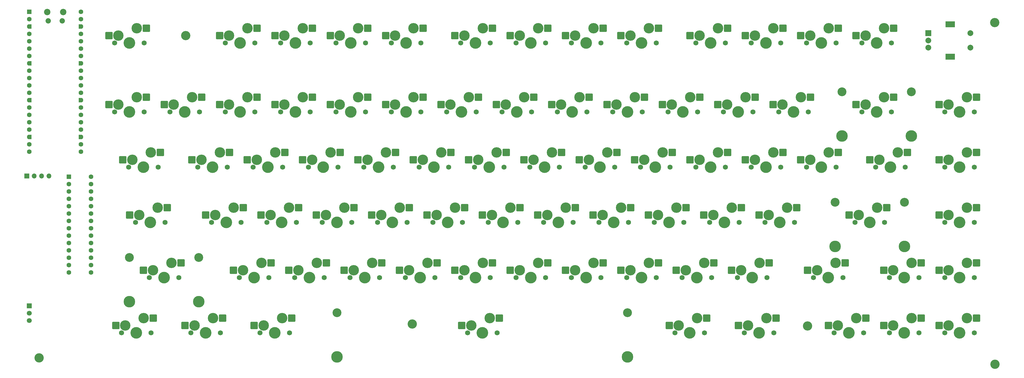
<source format=gbr>
%TF.GenerationSoftware,KiCad,Pcbnew,9.0.7*%
%TF.CreationDate,2026-01-24T16:21:03+00:00*%
%TF.ProjectId,pcb,7063622e-6b69-4636-9164-5f7063625858,rev?*%
%TF.SameCoordinates,Original*%
%TF.FileFunction,Soldermask,Bot*%
%TF.FilePolarity,Negative*%
%FSLAX46Y46*%
G04 Gerber Fmt 4.6, Leading zero omitted, Abs format (unit mm)*
G04 Created by KiCad (PCBNEW 9.0.7) date 2026-01-24 16:21:03*
%MOMM*%
%LPD*%
G01*
G04 APERTURE LIST*
G04 Aperture macros list*
%AMRoundRect*
0 Rectangle with rounded corners*
0 $1 Rounding radius*
0 $2 $3 $4 $5 $6 $7 $8 $9 X,Y pos of 4 corners*
0 Add a 4 corners polygon primitive as box body*
4,1,4,$2,$3,$4,$5,$6,$7,$8,$9,$2,$3,0*
0 Add four circle primitives for the rounded corners*
1,1,$1+$1,$2,$3*
1,1,$1+$1,$4,$5*
1,1,$1+$1,$6,$7*
1,1,$1+$1,$8,$9*
0 Add four rect primitives between the rounded corners*
20,1,$1+$1,$2,$3,$4,$5,0*
20,1,$1+$1,$4,$5,$6,$7,0*
20,1,$1+$1,$6,$7,$8,$9,0*
20,1,$1+$1,$8,$9,$2,$3,0*%
%AMFreePoly0*
4,1,37,0.603843,0.796157,0.639018,0.796157,0.711114,0.766294,0.766294,0.711114,0.796157,0.639018,0.796157,0.603843,0.800000,0.600000,0.800000,-0.600000,0.796157,-0.603843,0.796157,-0.639018,0.766294,-0.711114,0.711114,-0.766294,0.639018,-0.796157,0.603843,-0.796157,0.600000,-0.800000,0.000000,-0.800000,0.000000,-0.796148,-0.078414,-0.796148,-0.232228,-0.765552,-0.377117,-0.705537,
-0.507515,-0.618408,-0.618408,-0.507515,-0.705537,-0.377117,-0.765552,-0.232228,-0.796148,-0.078414,-0.796148,0.078414,-0.765552,0.232228,-0.705537,0.377117,-0.618408,0.507515,-0.507515,0.618408,-0.377117,0.705537,-0.232228,0.765552,-0.078414,0.796148,0.000000,0.796148,0.000000,0.800000,0.600000,0.800000,0.603843,0.796157,0.603843,0.796157,$1*%
%AMFreePoly1*
4,1,37,0.000000,0.796148,0.078414,0.796148,0.232228,0.765552,0.377117,0.705537,0.507515,0.618408,0.618408,0.507515,0.705537,0.377117,0.765552,0.232228,0.796148,0.078414,0.796148,-0.078414,0.765552,-0.232228,0.705537,-0.377117,0.618408,-0.507515,0.507515,-0.618408,0.377117,-0.705537,0.232228,-0.765552,0.078414,-0.796148,0.000000,-0.796148,0.000000,-0.800000,-0.600000,-0.800000,
-0.603843,-0.796157,-0.639018,-0.796157,-0.711114,-0.766294,-0.766294,-0.711114,-0.796157,-0.639018,-0.796157,-0.603843,-0.800000,-0.600000,-0.800000,0.600000,-0.796157,0.603843,-0.796157,0.639018,-0.766294,0.711114,-0.711114,0.766294,-0.639018,0.796157,-0.603843,0.796157,-0.600000,0.800000,0.000000,0.800000,0.000000,0.796148,0.000000,0.796148,$1*%
G04 Aperture macros list end*
%ADD10RoundRect,0.250000X-1.025000X-1.000000X1.025000X-1.000000X1.025000X1.000000X-1.025000X1.000000X0*%
%ADD11C,1.750000*%
%ADD12C,4.000000*%
%ADD13C,3.600000*%
%ADD14C,2.200000*%
%ADD15C,1.850000*%
%ADD16RoundRect,0.200000X-0.600000X-0.600000X0.600000X-0.600000X0.600000X0.600000X-0.600000X0.600000X0*%
%ADD17C,1.600000*%
%ADD18FreePoly0,0.000000*%
%ADD19FreePoly1,0.000000*%
%ADD20C,3.048000*%
%ADD21C,3.987800*%
%ADD22C,3.200000*%
%ADD23R,1.700000X1.700000*%
%ADD24C,1.700000*%
%ADD25R,2.000000X2.000000*%
%ADD26C,2.000000*%
%ADD27R,3.200000X2.000000*%
%ADD28RoundRect,0.250000X-0.550000X-0.550000X0.550000X-0.550000X0.550000X0.550000X-0.550000X0.550000X0*%
%ADD29O,1.700000X1.700000*%
G04 APERTURE END LIST*
D10*
%TO.C,SW49*%
X273902500Y-68897500D03*
D11*
X275907500Y-71437500D03*
D12*
X280987500Y-71437500D03*
D11*
X286067500Y-71437500D03*
D10*
X286829500Y-66357500D03*
D13*
X277177500Y-68897500D03*
X283527500Y-66357500D03*
%TD*%
D10*
%TO.C,SW77*%
X288190000Y-106997500D03*
D11*
X290195000Y-109537500D03*
D12*
X295275000Y-109537500D03*
D11*
X300355000Y-109537500D03*
D10*
X301117000Y-104457500D03*
D13*
X291465000Y-106997500D03*
X297815000Y-104457500D03*
%TD*%
D14*
%TO.C,A1*%
X52678750Y-17910000D03*
D15*
X52978750Y-20940000D03*
X57828750Y-20940000D03*
D14*
X58128750Y-17910000D03*
D16*
X46513750Y-17780000D03*
D17*
X46513750Y-20320000D03*
D18*
X46513750Y-22860000D03*
D17*
X46513750Y-25400000D03*
X46513750Y-27940000D03*
X46513750Y-30480000D03*
X46513750Y-33020000D03*
D18*
X46513750Y-35560000D03*
D17*
X46513750Y-38100000D03*
X46513750Y-40640000D03*
X46513750Y-43180000D03*
X46513750Y-45720000D03*
D18*
X46513750Y-48260000D03*
D17*
X46513750Y-50800000D03*
X46513750Y-53340000D03*
X46513750Y-55880000D03*
X46513750Y-58420000D03*
D18*
X46513750Y-60960000D03*
D17*
X46513750Y-63500000D03*
X46513750Y-66040000D03*
X64293750Y-66040000D03*
X64293750Y-63500000D03*
D19*
X64293750Y-60960000D03*
D17*
X64293750Y-58420000D03*
X64293750Y-55880000D03*
X64293750Y-53340000D03*
X64293750Y-50800000D03*
D19*
X64293750Y-48260000D03*
D17*
X64293750Y-45720000D03*
X64293750Y-43180000D03*
X64293750Y-40640000D03*
X64293750Y-38100000D03*
D19*
X64293750Y-35560000D03*
D17*
X64293750Y-33020000D03*
X64293750Y-30480000D03*
X64293750Y-27940000D03*
X64293750Y-25400000D03*
D19*
X64293750Y-22860000D03*
D17*
X64293750Y-20320000D03*
X64293750Y-17780000D03*
%TD*%
D20*
%TO.C,REF\u002A\u002A*%
X152406250Y-121602500D03*
D21*
X152406250Y-136812500D03*
D20*
X252406250Y-121602500D03*
D21*
X252406250Y-136812500D03*
%TD*%
D10*
%TO.C,SW85*%
X359627500Y-106997500D03*
D11*
X361632500Y-109537500D03*
D12*
X366712500Y-109537500D03*
D11*
X371792500Y-109537500D03*
D10*
X372554500Y-104457500D03*
D13*
X362902500Y-106997500D03*
X369252500Y-104457500D03*
%TD*%
D22*
%TO.C,REF\u002A\u002A*%
X314350000Y-126200000D03*
%TD*%
D10*
%TO.C,SW22*%
X207227500Y-49847500D03*
D11*
X209232500Y-52387500D03*
D12*
X214312500Y-52387500D03*
D11*
X219392500Y-52387500D03*
D10*
X220154500Y-47307500D03*
D13*
X210502500Y-49847500D03*
X216852500Y-47307500D03*
%TD*%
D10*
%TO.C,SW8*%
X231040000Y-26035000D03*
D11*
X233045000Y-28575000D03*
D12*
X238125000Y-28575000D03*
D11*
X243205000Y-28575000D03*
D10*
X243967000Y-23495000D03*
D13*
X234315000Y-26035000D03*
X240665000Y-23495000D03*
%TD*%
D10*
%TO.C,SW52*%
X297715000Y-87947500D03*
D11*
X299720000Y-90487500D03*
D12*
X304800000Y-90487500D03*
D11*
X309880000Y-90487500D03*
D10*
X310642000Y-85407500D03*
D13*
X300990000Y-87947500D03*
X307340000Y-85407500D03*
%TD*%
D10*
%TO.C,SW39*%
X178652500Y-68897500D03*
D11*
X180657500Y-71437500D03*
D12*
X185737500Y-71437500D03*
D11*
X190817500Y-71437500D03*
D10*
X191579500Y-66357500D03*
D13*
X181927500Y-68897500D03*
X188277500Y-66357500D03*
%TD*%
D10*
%TO.C,SW25*%
X264377500Y-49847500D03*
D11*
X266382500Y-52387500D03*
D12*
X271462500Y-52387500D03*
D11*
X276542500Y-52387500D03*
D10*
X277304500Y-47307500D03*
D13*
X267652500Y-49847500D03*
X274002500Y-47307500D03*
%TD*%
D10*
%TO.C,SW65*%
X173890000Y-106997500D03*
D11*
X175895000Y-109537500D03*
D12*
X180975000Y-109537500D03*
D11*
X186055000Y-109537500D03*
D10*
X186817000Y-104457500D03*
D13*
X177165000Y-106997500D03*
X183515000Y-104457500D03*
%TD*%
D10*
%TO.C,SW55*%
X335815000Y-68897500D03*
D11*
X337820000Y-71437500D03*
D12*
X342900000Y-71437500D03*
D11*
X347980000Y-71437500D03*
D10*
X348742000Y-66357500D03*
D13*
X339090000Y-68897500D03*
X345440000Y-66357500D03*
%TD*%
D22*
%TO.C,REF\u002A\u002A*%
X178280000Y-125490000D03*
%TD*%
%TO.C,REF\u002A\u002A*%
X378910000Y-139420000D03*
%TD*%
D10*
%TO.C,SW41*%
X197702500Y-68897500D03*
D11*
X199707500Y-71437500D03*
D12*
X204787500Y-71437500D03*
D11*
X209867500Y-71437500D03*
D10*
X210629500Y-66357500D03*
D13*
X200977500Y-68897500D03*
X207327500Y-66357500D03*
%TD*%
D10*
%TO.C,SW50*%
X278665000Y-87947500D03*
D11*
X280670000Y-90487500D03*
D12*
X285750000Y-90487500D03*
D11*
X290830000Y-90487500D03*
D10*
X291592000Y-85407500D03*
D13*
X281940000Y-87947500D03*
X288290000Y-85407500D03*
%TD*%
D10*
%TO.C,SW76*%
X290571250Y-126047500D03*
D11*
X292576250Y-128587500D03*
D12*
X297656250Y-128587500D03*
D11*
X302736250Y-128587500D03*
D10*
X303498250Y-123507500D03*
D13*
X293846250Y-126047500D03*
X300196250Y-123507500D03*
%TD*%
D10*
%TO.C,SW79*%
X314383750Y-106997500D03*
D11*
X316388750Y-109537500D03*
D12*
X321468750Y-109537500D03*
D11*
X326548750Y-109537500D03*
D10*
X327310750Y-104457500D03*
D13*
X317658750Y-106997500D03*
X324008750Y-104457500D03*
%TD*%
D10*
%TO.C,SW36*%
X145315000Y-87947500D03*
D11*
X147320000Y-90487500D03*
D12*
X152400000Y-90487500D03*
D11*
X157480000Y-90487500D03*
D10*
X158242000Y-85407500D03*
D13*
X148590000Y-87947500D03*
X154940000Y-85407500D03*
%TD*%
D10*
%TO.C,SW10*%
X273902500Y-26035000D03*
D11*
X275907500Y-28575000D03*
D12*
X280987500Y-28575000D03*
D11*
X286067500Y-28575000D03*
D10*
X286829500Y-23495000D03*
D13*
X277177500Y-26035000D03*
X283527500Y-23495000D03*
%TD*%
D10*
%TO.C,SW82*%
X340577500Y-126047500D03*
D11*
X342582500Y-128587500D03*
D12*
X347662500Y-128587500D03*
D11*
X352742500Y-128587500D03*
D10*
X353504500Y-123507500D03*
D13*
X343852500Y-126047500D03*
X350202500Y-123507500D03*
%TD*%
D23*
%TO.C,J2*%
X46480000Y-119250000D03*
D24*
X46480000Y-121790000D03*
X46480000Y-124330000D03*
%TD*%
D25*
%TO.C,SW14*%
X355940000Y-25200000D03*
D26*
X355940000Y-30200000D03*
X355940000Y-27700000D03*
D27*
X363440000Y-22100000D03*
X363440000Y-33300000D03*
D26*
X370440000Y-30200000D03*
X370440000Y-25200000D03*
%TD*%
D20*
%TO.C,REF\u002A\u002A*%
X80930750Y-102552500D03*
D21*
X80930750Y-117762500D03*
D20*
X104806750Y-102552500D03*
D21*
X104806750Y-117762500D03*
%TD*%
D10*
%TO.C,SW86*%
X359627500Y-126047500D03*
D11*
X361632500Y-128587500D03*
D12*
X366712500Y-128587500D03*
D11*
X371792500Y-128587500D03*
D10*
X372554500Y-123507500D03*
D13*
X362902500Y-126047500D03*
X369252500Y-123507500D03*
%TD*%
D22*
%TO.C,REF\u002A\u002A*%
X49900000Y-137180000D03*
%TD*%
D10*
%TO.C,SW63*%
X154840000Y-106997500D03*
D11*
X156845000Y-109537500D03*
D12*
X161925000Y-109537500D03*
D11*
X167005000Y-109537500D03*
D10*
X167767000Y-104457500D03*
D13*
X158115000Y-106997500D03*
X164465000Y-104457500D03*
%TD*%
D10*
%TO.C,SW2*%
X111977500Y-26035000D03*
D11*
X113982500Y-28575000D03*
D12*
X119062500Y-28575000D03*
D11*
X124142500Y-28575000D03*
D10*
X124904500Y-23495000D03*
D13*
X115252500Y-26035000D03*
X121602500Y-23495000D03*
%TD*%
D10*
%TO.C,SW45*%
X235802500Y-68897500D03*
D11*
X237807500Y-71437500D03*
D12*
X242887500Y-71437500D03*
D11*
X247967500Y-71437500D03*
D10*
X248729500Y-66357500D03*
D13*
X239077500Y-68897500D03*
X245427500Y-66357500D03*
%TD*%
D10*
%TO.C,SW31*%
X102452500Y-68897500D03*
D11*
X104457500Y-71437500D03*
D12*
X109537500Y-71437500D03*
D11*
X114617500Y-71437500D03*
D10*
X115379500Y-66357500D03*
D13*
X105727500Y-68897500D03*
X112077500Y-66357500D03*
%TD*%
D10*
%TO.C,SW40*%
X183415000Y-87947500D03*
D11*
X185420000Y-90487500D03*
D12*
X190500000Y-90487500D03*
D11*
X195580000Y-90487500D03*
D10*
X196342000Y-85407500D03*
D13*
X186690000Y-87947500D03*
X193040000Y-85407500D03*
%TD*%
D10*
%TO.C,SW67*%
X192940000Y-106997500D03*
D11*
X194945000Y-109537500D03*
D12*
X200025000Y-109537500D03*
D11*
X205105000Y-109537500D03*
D10*
X205867000Y-104457500D03*
D13*
X196215000Y-106997500D03*
X202565000Y-104457500D03*
%TD*%
D10*
%TO.C,SW26*%
X283427500Y-49847500D03*
D11*
X285432500Y-52387500D03*
D12*
X290512500Y-52387500D03*
D11*
X295592500Y-52387500D03*
D10*
X296354500Y-47307500D03*
D13*
X286702500Y-49847500D03*
X293052500Y-47307500D03*
%TD*%
D10*
%TO.C,SW7*%
X211990000Y-26035000D03*
D11*
X213995000Y-28575000D03*
D12*
X219075000Y-28575000D03*
D11*
X224155000Y-28575000D03*
D10*
X224917000Y-23495000D03*
D13*
X215265000Y-26035000D03*
X221615000Y-23495000D03*
%TD*%
D10*
%TO.C,SW75*%
X269140000Y-106997500D03*
D11*
X271145000Y-109537500D03*
D12*
X276225000Y-109537500D03*
D11*
X281305000Y-109537500D03*
D10*
X282067000Y-104457500D03*
D13*
X272415000Y-106997500D03*
X278765000Y-104457500D03*
%TD*%
D22*
%TO.C,REF\u002A\u002A*%
X378820000Y-21510000D03*
%TD*%
D10*
%TO.C,SW9*%
X250090000Y-26035000D03*
D11*
X252095000Y-28575000D03*
D12*
X257175000Y-28575000D03*
D11*
X262255000Y-28575000D03*
D10*
X263017000Y-23495000D03*
D13*
X253365000Y-26035000D03*
X259715000Y-23495000D03*
%TD*%
D10*
%TO.C,SW57*%
X85783750Y-106997500D03*
D11*
X87788750Y-109537500D03*
D12*
X92868750Y-109537500D03*
D11*
X97948750Y-109537500D03*
D10*
X98710750Y-104457500D03*
D13*
X89058750Y-106997500D03*
X95408750Y-104457500D03*
%TD*%
D10*
%TO.C,SW23*%
X226277500Y-49847500D03*
D11*
X228282500Y-52387500D03*
D12*
X233362500Y-52387500D03*
D11*
X238442500Y-52387500D03*
D10*
X239204500Y-47307500D03*
D13*
X229552500Y-49847500D03*
X235902500Y-47307500D03*
%TD*%
D10*
%TO.C,SW72*%
X359627500Y-87947500D03*
D11*
X361632500Y-90487500D03*
D12*
X366712500Y-90487500D03*
D11*
X371792500Y-90487500D03*
D10*
X372554500Y-85407500D03*
D13*
X362902500Y-87947500D03*
X369252500Y-85407500D03*
%TD*%
D10*
%TO.C,SW58*%
X76258750Y-126047500D03*
D11*
X78263750Y-128587500D03*
D12*
X83343750Y-128587500D03*
D11*
X88423750Y-128587500D03*
D10*
X89185750Y-123507500D03*
D13*
X79533750Y-126047500D03*
X85883750Y-123507500D03*
%TD*%
D10*
%TO.C,SW64*%
X195321250Y-126047500D03*
D11*
X197326250Y-128587500D03*
D12*
X202406250Y-128587500D03*
D11*
X207486250Y-128587500D03*
D10*
X208248250Y-123507500D03*
D13*
X198596250Y-126047500D03*
X204946250Y-123507500D03*
%TD*%
D10*
%TO.C,SW27*%
X302477500Y-49847500D03*
D11*
X304482500Y-52387500D03*
D12*
X309562500Y-52387500D03*
D11*
X314642500Y-52387500D03*
D10*
X315404500Y-47307500D03*
D13*
X305752500Y-49847500D03*
X312102500Y-47307500D03*
%TD*%
D10*
%TO.C,SW61*%
X135790000Y-106997500D03*
D11*
X137795000Y-109537500D03*
D12*
X142875000Y-109537500D03*
D11*
X147955000Y-109537500D03*
D10*
X148717000Y-104457500D03*
D13*
X139065000Y-106997500D03*
X145415000Y-104457500D03*
%TD*%
D10*
%TO.C,SW43*%
X216752500Y-68897500D03*
D11*
X218757500Y-71437500D03*
D12*
X223837500Y-71437500D03*
D11*
X228917500Y-71437500D03*
D10*
X229679500Y-66357500D03*
D13*
X220027500Y-68897500D03*
X226377500Y-66357500D03*
%TD*%
D10*
%TO.C,SW33*%
X121502500Y-68897500D03*
D11*
X123507500Y-71437500D03*
D12*
X128587500Y-71437500D03*
D11*
X133667500Y-71437500D03*
D10*
X134429500Y-66357500D03*
D13*
X124777500Y-68897500D03*
X131127500Y-66357500D03*
%TD*%
D22*
%TO.C,REF\u002A\u002A*%
X100320000Y-26020000D03*
%TD*%
D10*
%TO.C,SW28*%
X331052500Y-49847500D03*
D11*
X333057500Y-52387500D03*
D12*
X338137500Y-52387500D03*
D11*
X343217500Y-52387500D03*
D10*
X343979500Y-47307500D03*
D13*
X334327500Y-49847500D03*
X340677500Y-47307500D03*
%TD*%
D10*
%TO.C,SW32*%
X107215000Y-87947500D03*
D11*
X109220000Y-90487500D03*
D12*
X114300000Y-90487500D03*
D11*
X119380000Y-90487500D03*
D10*
X120142000Y-85407500D03*
D13*
X110490000Y-87947500D03*
X116840000Y-85407500D03*
%TD*%
D10*
%TO.C,SW80*%
X321527500Y-126047500D03*
D11*
X323532500Y-128587500D03*
D12*
X328612500Y-128587500D03*
D11*
X333692500Y-128587500D03*
D10*
X334454500Y-123507500D03*
D13*
X324802500Y-126047500D03*
X331152500Y-123507500D03*
%TD*%
D10*
%TO.C,SW59*%
X116740000Y-106997500D03*
D11*
X118745000Y-109537500D03*
D12*
X123825000Y-109537500D03*
D11*
X128905000Y-109537500D03*
D10*
X129667000Y-104457500D03*
D13*
X120015000Y-106997500D03*
X126365000Y-104457500D03*
%TD*%
D10*
%TO.C,SW71*%
X231040000Y-106997500D03*
D11*
X233045000Y-109537500D03*
D12*
X238125000Y-109537500D03*
D11*
X243205000Y-109537500D03*
D10*
X243967000Y-104457500D03*
D13*
X234315000Y-106997500D03*
X240665000Y-104457500D03*
%TD*%
D10*
%TO.C,SW30*%
X81021250Y-87947500D03*
D11*
X83026250Y-90487500D03*
D12*
X88106250Y-90487500D03*
D11*
X93186250Y-90487500D03*
D10*
X93948250Y-85407500D03*
D13*
X84296250Y-87947500D03*
X90646250Y-85407500D03*
%TD*%
D10*
%TO.C,SW18*%
X131027500Y-49847500D03*
D11*
X133032500Y-52387500D03*
D12*
X138112500Y-52387500D03*
D11*
X143192500Y-52387500D03*
D10*
X143954500Y-47307500D03*
D13*
X134302500Y-49847500D03*
X140652500Y-47307500D03*
%TD*%
D10*
%TO.C,SW60*%
X100071250Y-126047500D03*
D11*
X102076250Y-128587500D03*
D12*
X107156250Y-128587500D03*
D11*
X112236250Y-128587500D03*
D10*
X112998250Y-123507500D03*
D13*
X103346250Y-126047500D03*
X109696250Y-123507500D03*
%TD*%
D10*
%TO.C,SW5*%
X169127500Y-26035000D03*
D11*
X171132500Y-28575000D03*
D12*
X176212500Y-28575000D03*
D11*
X181292500Y-28575000D03*
D10*
X182054500Y-23495000D03*
D13*
X172402500Y-26035000D03*
X178752500Y-23495000D03*
%TD*%
D10*
%TO.C,SW17*%
X111977500Y-49847500D03*
D11*
X113982500Y-52387500D03*
D12*
X119062500Y-52387500D03*
D11*
X124142500Y-52387500D03*
D10*
X124904500Y-47307500D03*
D13*
X115252500Y-49847500D03*
X121602500Y-47307500D03*
%TD*%
D10*
%TO.C,SW74*%
X266758750Y-126047500D03*
D11*
X268763750Y-128587500D03*
D12*
X273843750Y-128587500D03*
D11*
X278923750Y-128587500D03*
D10*
X279685750Y-123507500D03*
D13*
X270033750Y-126047500D03*
X276383750Y-123507500D03*
%TD*%
D20*
%TO.C,REF\u002A\u002A*%
X326199500Y-45402500D03*
D21*
X326199500Y-60612500D03*
D20*
X350075500Y-45402500D03*
D21*
X350075500Y-60612500D03*
%TD*%
D10*
%TO.C,SW42*%
X202465000Y-87947500D03*
D11*
X204470000Y-90487500D03*
D12*
X209550000Y-90487500D03*
D11*
X214630000Y-90487500D03*
D10*
X215392000Y-85407500D03*
D13*
X205740000Y-87947500D03*
X212090000Y-85407500D03*
%TD*%
D10*
%TO.C,SW53*%
X312002500Y-68897500D03*
D11*
X314007500Y-71437500D03*
D12*
X319087500Y-71437500D03*
D11*
X324167500Y-71437500D03*
D10*
X324929500Y-66357500D03*
D13*
X315277500Y-68897500D03*
X321627500Y-66357500D03*
%TD*%
D10*
%TO.C,SW62*%
X123883750Y-126047500D03*
D11*
X125888750Y-128587500D03*
D12*
X130968750Y-128587500D03*
D11*
X136048750Y-128587500D03*
D10*
X136810750Y-123507500D03*
D13*
X127158750Y-126047500D03*
X133508750Y-123507500D03*
%TD*%
D10*
%TO.C,SW29*%
X78640000Y-68897500D03*
D11*
X80645000Y-71437500D03*
D12*
X85725000Y-71437500D03*
D11*
X90805000Y-71437500D03*
D10*
X91567000Y-66357500D03*
D13*
X81915000Y-68897500D03*
X88265000Y-66357500D03*
%TD*%
D10*
%TO.C,SW11*%
X292952500Y-26035000D03*
D11*
X294957500Y-28575000D03*
D12*
X300037500Y-28575000D03*
D11*
X305117500Y-28575000D03*
D10*
X305879500Y-23495000D03*
D13*
X296227500Y-26035000D03*
X302577500Y-23495000D03*
%TD*%
D10*
%TO.C,SW21*%
X188177500Y-49847500D03*
D11*
X190182500Y-52387500D03*
D12*
X195262500Y-52387500D03*
D11*
X200342500Y-52387500D03*
D10*
X201104500Y-47307500D03*
D13*
X191452500Y-49847500D03*
X197802500Y-47307500D03*
%TD*%
D10*
%TO.C,SW35*%
X140552500Y-68897500D03*
D11*
X142557500Y-71437500D03*
D12*
X147637500Y-71437500D03*
D11*
X152717500Y-71437500D03*
D10*
X153479500Y-66357500D03*
D13*
X143827500Y-68897500D03*
X150177500Y-66357500D03*
%TD*%
D28*
%TO.C,U1*%
X60100000Y-74690000D03*
D17*
X60100000Y-77230000D03*
X60100000Y-79770000D03*
X60100000Y-82310000D03*
X60100000Y-84850000D03*
X60100000Y-87390000D03*
X60100000Y-89930000D03*
X60100000Y-92470000D03*
X60100000Y-95010000D03*
X60100000Y-97550000D03*
X60100000Y-100090000D03*
X60100000Y-102630000D03*
X60100000Y-105170000D03*
X60100000Y-107710000D03*
X67720000Y-107710000D03*
X67720000Y-105170000D03*
X67720000Y-102630000D03*
X67720000Y-100090000D03*
X67720000Y-97550000D03*
X67720000Y-95010000D03*
X67720000Y-92470000D03*
X67720000Y-89930000D03*
X67720000Y-87390000D03*
X67720000Y-84850000D03*
X67720000Y-82310000D03*
X67720000Y-79770000D03*
X67720000Y-77230000D03*
X67720000Y-74690000D03*
%TD*%
D10*
%TO.C,SW24*%
X245327500Y-49847500D03*
D11*
X247332500Y-52387500D03*
D12*
X252412500Y-52387500D03*
D11*
X257492500Y-52387500D03*
D10*
X258254500Y-47307500D03*
D13*
X248602500Y-49847500D03*
X254952500Y-47307500D03*
%TD*%
D10*
%TO.C,SW4*%
X150077500Y-26035000D03*
D11*
X152082500Y-28575000D03*
D12*
X157162500Y-28575000D03*
D11*
X162242500Y-28575000D03*
D10*
X163004500Y-23495000D03*
D13*
X153352500Y-26035000D03*
X159702500Y-23495000D03*
%TD*%
D10*
%TO.C,SW16*%
X92927500Y-49847500D03*
D11*
X94932500Y-52387500D03*
D12*
X100012500Y-52387500D03*
D11*
X105092500Y-52387500D03*
D10*
X105854500Y-47307500D03*
D13*
X96202500Y-49847500D03*
X102552500Y-47307500D03*
%TD*%
D10*
%TO.C,SW38*%
X164365000Y-87947500D03*
D11*
X166370000Y-90487500D03*
D12*
X171450000Y-90487500D03*
D11*
X176530000Y-90487500D03*
D10*
X177292000Y-85407500D03*
D13*
X167640000Y-87947500D03*
X173990000Y-85407500D03*
%TD*%
D10*
%TO.C,SW51*%
X292952500Y-68897500D03*
D11*
X294957500Y-71437500D03*
D12*
X300037500Y-71437500D03*
D11*
X305117500Y-71437500D03*
D10*
X305879500Y-66357500D03*
D13*
X296227500Y-68897500D03*
X302577500Y-66357500D03*
%TD*%
D10*
%TO.C,SW73*%
X250090000Y-106997500D03*
D11*
X252095000Y-109537500D03*
D12*
X257175000Y-109537500D03*
D11*
X262255000Y-109537500D03*
D10*
X263017000Y-104457500D03*
D13*
X253365000Y-106997500D03*
X259715000Y-104457500D03*
%TD*%
D10*
%TO.C,SW69*%
X211990000Y-106997500D03*
D11*
X213995000Y-109537500D03*
D12*
X219075000Y-109537500D03*
D11*
X224155000Y-109537500D03*
D10*
X224917000Y-104457500D03*
D13*
X215265000Y-106997500D03*
X221615000Y-104457500D03*
%TD*%
D10*
%TO.C,SW68*%
X359627500Y-49847500D03*
D11*
X361632500Y-52387500D03*
D12*
X366712500Y-52387500D03*
D11*
X371792500Y-52387500D03*
D10*
X372554500Y-47307500D03*
D13*
X362902500Y-49847500D03*
X369252500Y-47307500D03*
%TD*%
D10*
%TO.C,SW19*%
X150077500Y-49847500D03*
D11*
X152082500Y-52387500D03*
D12*
X157162500Y-52387500D03*
D11*
X162242500Y-52387500D03*
D10*
X163004500Y-47307500D03*
D13*
X153352500Y-49847500D03*
X159702500Y-47307500D03*
%TD*%
D10*
%TO.C,SW46*%
X240565000Y-87947500D03*
D11*
X242570000Y-90487500D03*
D12*
X247650000Y-90487500D03*
D11*
X252730000Y-90487500D03*
D10*
X253492000Y-85407500D03*
D13*
X243840000Y-87947500D03*
X250190000Y-85407500D03*
%TD*%
D10*
%TO.C,SW3*%
X131027500Y-26035000D03*
D11*
X133032500Y-28575000D03*
D12*
X138112500Y-28575000D03*
D11*
X143192500Y-28575000D03*
D10*
X143954500Y-23495000D03*
D13*
X134302500Y-26035000D03*
X140652500Y-23495000D03*
%TD*%
D10*
%TO.C,SW15*%
X73877500Y-49847500D03*
D11*
X75882500Y-52387500D03*
D12*
X80962500Y-52387500D03*
D11*
X86042500Y-52387500D03*
D10*
X86804500Y-47307500D03*
D13*
X77152500Y-49847500D03*
X83502500Y-47307500D03*
%TD*%
D10*
%TO.C,SW47*%
X254852500Y-68897500D03*
D11*
X256857500Y-71437500D03*
D12*
X261937500Y-71437500D03*
D11*
X267017500Y-71437500D03*
D10*
X267779500Y-66357500D03*
D13*
X258127500Y-68897500D03*
X264477500Y-66357500D03*
%TD*%
D10*
%TO.C,SW70*%
X359627500Y-68897500D03*
D11*
X361632500Y-71437500D03*
D12*
X366712500Y-71437500D03*
D11*
X371792500Y-71437500D03*
D10*
X372554500Y-66357500D03*
D13*
X362902500Y-68897500D03*
X369252500Y-66357500D03*
%TD*%
D23*
%TO.C,J1*%
X45650000Y-74470000D03*
D29*
X48190000Y-74470000D03*
X50730000Y-74470000D03*
X53270000Y-74470000D03*
%TD*%
D10*
%TO.C,SW34*%
X126265000Y-87947500D03*
D11*
X128270000Y-90487500D03*
D12*
X133350000Y-90487500D03*
D11*
X138430000Y-90487500D03*
D10*
X139192000Y-85407500D03*
D13*
X129540000Y-87947500D03*
X135890000Y-85407500D03*
%TD*%
D10*
%TO.C,SW44*%
X221515000Y-87947500D03*
D11*
X223520000Y-90487500D03*
D12*
X228600000Y-90487500D03*
D11*
X233680000Y-90487500D03*
D10*
X234442000Y-85407500D03*
D13*
X224790000Y-87947500D03*
X231140000Y-85407500D03*
%TD*%
D10*
%TO.C,SW37*%
X159602500Y-68897500D03*
D11*
X161607500Y-71437500D03*
D12*
X166687500Y-71437500D03*
D11*
X171767500Y-71437500D03*
D10*
X172529500Y-66357500D03*
D13*
X162877500Y-68897500D03*
X169227500Y-66357500D03*
%TD*%
D10*
%TO.C,SW48*%
X259615000Y-87947500D03*
D11*
X261620000Y-90487500D03*
D12*
X266700000Y-90487500D03*
D11*
X271780000Y-90487500D03*
D10*
X272542000Y-85407500D03*
D13*
X262890000Y-87947500D03*
X269240000Y-85407500D03*
%TD*%
D10*
%TO.C,SW6*%
X192940000Y-26035000D03*
D11*
X194945000Y-28575000D03*
D12*
X200025000Y-28575000D03*
D11*
X205105000Y-28575000D03*
D10*
X205867000Y-23495000D03*
D13*
X196215000Y-26035000D03*
X202565000Y-23495000D03*
%TD*%
D10*
%TO.C,SW54*%
X328671250Y-87947500D03*
D11*
X330676250Y-90487500D03*
D12*
X335756250Y-90487500D03*
D11*
X340836250Y-90487500D03*
D10*
X341598250Y-85407500D03*
D13*
X331946250Y-87947500D03*
X338296250Y-85407500D03*
%TD*%
D10*
%TO.C,SW81*%
X340577500Y-106997500D03*
D11*
X342582500Y-109537500D03*
D12*
X347662500Y-109537500D03*
D11*
X352742500Y-109537500D03*
D10*
X353504500Y-104457500D03*
D13*
X343852500Y-106997500D03*
X350202500Y-104457500D03*
%TD*%
D10*
%TO.C,SW13*%
X331052500Y-26035000D03*
D11*
X333057500Y-28575000D03*
D12*
X338137500Y-28575000D03*
D11*
X343217500Y-28575000D03*
D10*
X343979500Y-23495000D03*
D13*
X334327500Y-26035000D03*
X340677500Y-23495000D03*
%TD*%
D10*
%TO.C,SW1*%
X73877500Y-26035000D03*
D11*
X75882500Y-28575000D03*
D12*
X80962500Y-28575000D03*
D11*
X86042500Y-28575000D03*
D10*
X86804500Y-23495000D03*
D13*
X77152500Y-26035000D03*
X83502500Y-23495000D03*
%TD*%
D10*
%TO.C,SW20*%
X169127500Y-49847500D03*
D11*
X171132500Y-52387500D03*
D12*
X176212500Y-52387500D03*
D11*
X181292500Y-52387500D03*
D10*
X182054500Y-47307500D03*
D13*
X172402500Y-49847500D03*
X178752500Y-47307500D03*
%TD*%
D10*
%TO.C,SW12*%
X312002500Y-26035000D03*
D11*
X314007500Y-28575000D03*
D12*
X319087500Y-28575000D03*
D11*
X324167500Y-28575000D03*
D10*
X324929500Y-23495000D03*
D13*
X315277500Y-26035000D03*
X321627500Y-23495000D03*
%TD*%
D20*
%TO.C,REF\u002A\u002A*%
X323818250Y-83502500D03*
D21*
X323818250Y-98712500D03*
D20*
X347694250Y-83502500D03*
D21*
X347694250Y-98712500D03*
%TD*%
M02*

</source>
